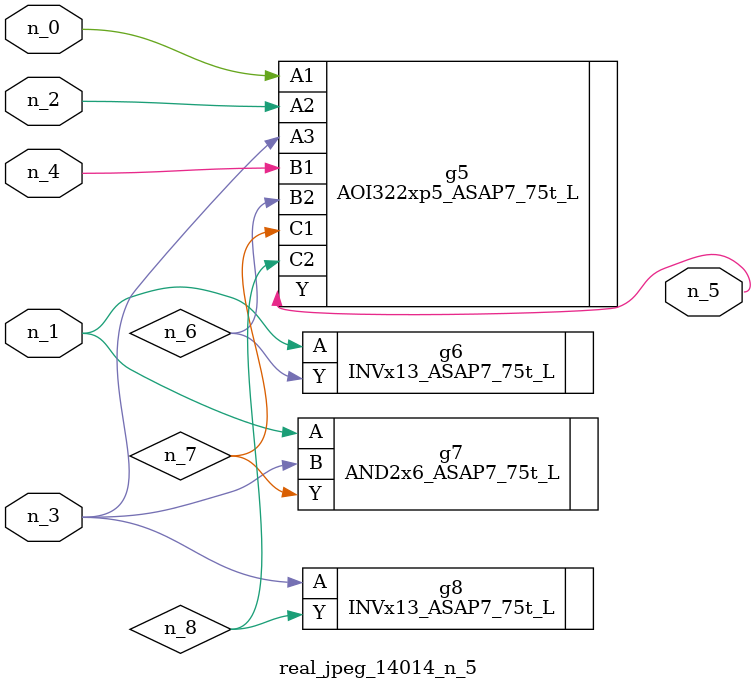
<source format=v>
module real_jpeg_14014_n_5 (n_4, n_0, n_1, n_2, n_3, n_5);

input n_4;
input n_0;
input n_1;
input n_2;
input n_3;

output n_5;

wire n_8;
wire n_6;
wire n_7;

AOI322xp5_ASAP7_75t_L g5 ( 
.A1(n_0),
.A2(n_2),
.A3(n_3),
.B1(n_4),
.B2(n_6),
.C1(n_7),
.C2(n_8),
.Y(n_5)
);

INVx13_ASAP7_75t_L g6 ( 
.A(n_1),
.Y(n_6)
);

AND2x6_ASAP7_75t_L g7 ( 
.A(n_1),
.B(n_3),
.Y(n_7)
);

INVx13_ASAP7_75t_L g8 ( 
.A(n_3),
.Y(n_8)
);


endmodule
</source>
